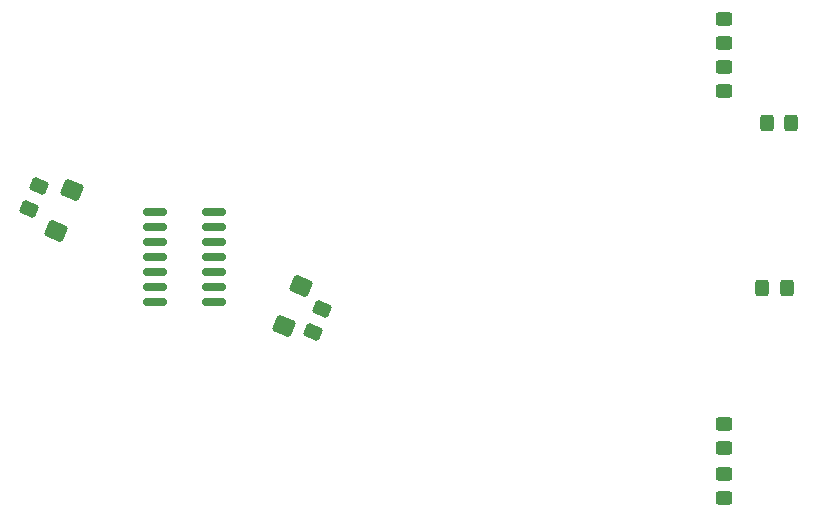
<source format=gbr>
%TF.GenerationSoftware,KiCad,Pcbnew,7.0.1*%
%TF.CreationDate,2023-09-03T00:34:55+01:00*%
%TF.ProjectId,noise-synth-card,6e6f6973-652d-4737-996e-74682d636172,rev?*%
%TF.SameCoordinates,Original*%
%TF.FileFunction,Paste,Top*%
%TF.FilePolarity,Positive*%
%FSLAX46Y46*%
G04 Gerber Fmt 4.6, Leading zero omitted, Abs format (unit mm)*
G04 Created by KiCad (PCBNEW 7.0.1) date 2023-09-03 00:34:55*
%MOMM*%
%LPD*%
G01*
G04 APERTURE LIST*
G04 Aperture macros list*
%AMRoundRect*
0 Rectangle with rounded corners*
0 $1 Rounding radius*
0 $2 $3 $4 $5 $6 $7 $8 $9 X,Y pos of 4 corners*
0 Add a 4 corners polygon primitive as box body*
4,1,4,$2,$3,$4,$5,$6,$7,$8,$9,$2,$3,0*
0 Add four circle primitives for the rounded corners*
1,1,$1+$1,$2,$3*
1,1,$1+$1,$4,$5*
1,1,$1+$1,$6,$7*
1,1,$1+$1,$8,$9*
0 Add four rect primitives between the rounded corners*
20,1,$1+$1,$2,$3,$4,$5,0*
20,1,$1+$1,$4,$5,$6,$7,0*
20,1,$1+$1,$6,$7,$8,$9,0*
20,1,$1+$1,$8,$9,$2,$3,0*%
G04 Aperture macros list end*
%ADD10RoundRect,0.250000X-0.450000X0.325000X-0.450000X-0.325000X0.450000X-0.325000X0.450000X0.325000X0*%
%ADD11RoundRect,0.284615X0.348079X-0.637084X0.696616X0.204357X-0.348079X0.637084X-0.696616X-0.204357X0*%
%ADD12RoundRect,0.286538X0.345125X-0.639191X0.696017X0.207936X-0.345125X0.639191X-0.696017X-0.207936X0*%
%ADD13RoundRect,0.250000X-0.309687X0.493584X-0.567998X-0.130035X0.309687X-0.493584X0.567998X0.130035X0*%
%ADD14RoundRect,0.250000X0.325000X0.450000X-0.325000X0.450000X-0.325000X-0.450000X0.325000X-0.450000X0*%
%ADD15RoundRect,0.250000X0.309687X-0.493584X0.567998X0.130035X-0.309687X0.493584X-0.567998X-0.130035X0*%
%ADD16RoundRect,0.284615X-0.348079X0.637084X-0.696616X-0.204357X0.348079X-0.637084X0.696616X0.204357X0*%
%ADD17RoundRect,0.286538X-0.345125X0.639191X-0.696017X-0.207936X0.345125X-0.639191X0.696017X0.207936X0*%
%ADD18RoundRect,0.150000X0.825000X0.150000X-0.825000X0.150000X-0.825000X-0.150000X0.825000X-0.150000X0*%
G04 APERTURE END LIST*
D10*
%TO.C,D5*%
X175006000Y-55963600D03*
X175006000Y-58013600D03*
%TD*%
%TO.C,D6*%
X175006000Y-60036600D03*
X175006000Y-62086600D03*
%TD*%
D11*
%TO.C,D2*%
X137827462Y-81963938D03*
D12*
X139237651Y-78559442D03*
%TD*%
D13*
%TO.C,C2*%
X117008434Y-70161475D03*
X116214366Y-72078525D03*
%TD*%
D14*
%TO.C,D8*%
X180340000Y-78740000D03*
X178290000Y-78740000D03*
%TD*%
D10*
%TO.C,D3*%
X175006000Y-94479000D03*
X175006000Y-96529000D03*
%TD*%
D14*
%TO.C,D7*%
X180704600Y-64770000D03*
X178654600Y-64770000D03*
%TD*%
D15*
%TO.C,C5*%
X140217366Y-82492525D03*
X141011434Y-80575475D03*
%TD*%
D10*
%TO.C,D4*%
X175006000Y-90288000D03*
X175006000Y-92338000D03*
%TD*%
D16*
%TO.C,D1*%
X119880938Y-70486862D03*
D17*
X118470749Y-73891358D03*
%TD*%
D18*
%TO.C,U1*%
X131826000Y-79945000D03*
X131826000Y-78675000D03*
X131826000Y-77405000D03*
X131826000Y-76135000D03*
X131826000Y-74865000D03*
X131826000Y-73595000D03*
X131826000Y-72325000D03*
X126876000Y-72325000D03*
X126876000Y-73595000D03*
X126876000Y-74865000D03*
X126876000Y-76135000D03*
X126876000Y-77405000D03*
X126876000Y-78675000D03*
X126876000Y-79945000D03*
%TD*%
M02*

</source>
